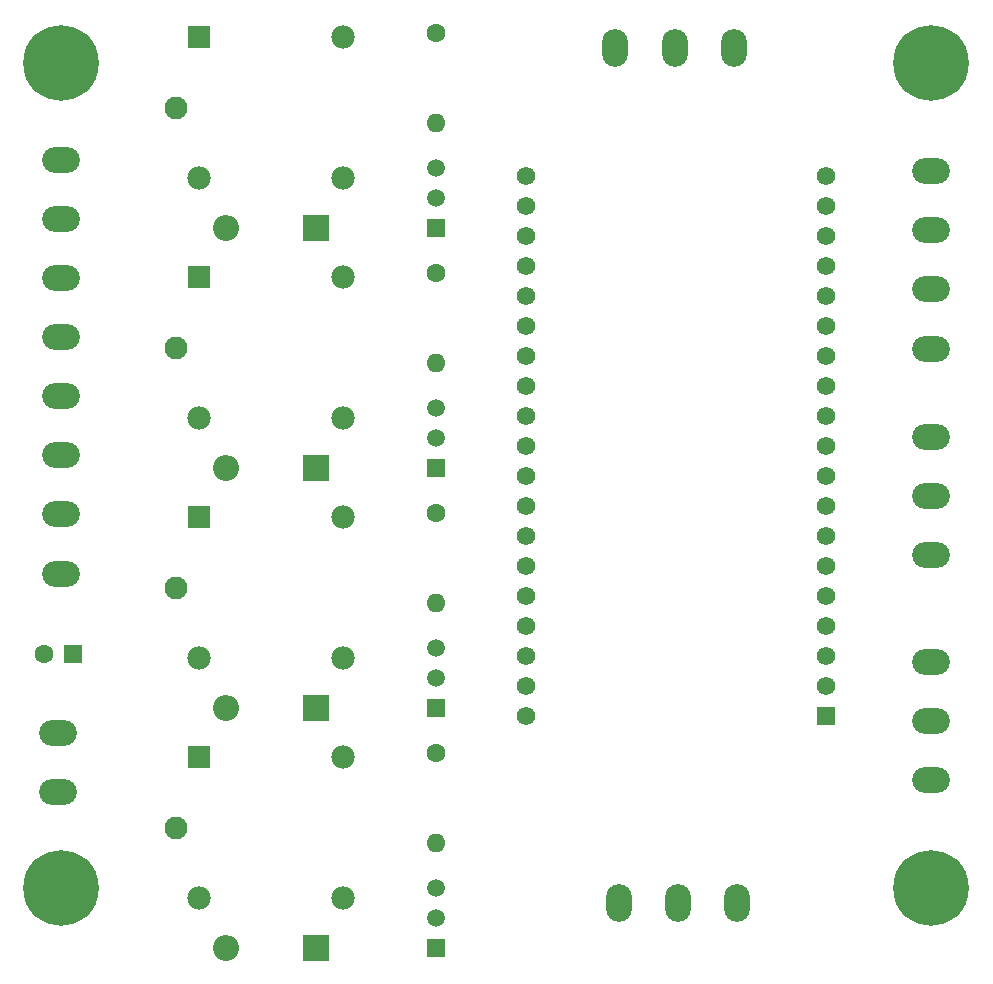
<source format=gbr>
%TF.GenerationSoftware,KiCad,Pcbnew,(5.1.7)-1*%
%TF.CreationDate,2021-01-27T22:35:06+01:00*%
%TF.ProjectId,plant-watering,706c616e-742d-4776-9174-6572696e672e,rev?*%
%TF.SameCoordinates,Original*%
%TF.FileFunction,Soldermask,Top*%
%TF.FilePolarity,Negative*%
%FSLAX46Y46*%
G04 Gerber Fmt 4.6, Leading zero omitted, Abs format (unit mm)*
G04 Created by KiCad (PCBNEW (5.1.7)-1) date 2021-01-27 22:35:06*
%MOMM*%
%LPD*%
G01*
G04 APERTURE LIST*
%ADD10O,2.200000X2.200000*%
%ADD11R,2.200000X2.200000*%
%ADD12R,1.600000X1.600000*%
%ADD13C,1.600000*%
%ADD14C,0.800000*%
%ADD15C,6.400000*%
%ADD16O,3.200000X2.200000*%
%ADD17O,2.200000X3.200000*%
%ADD18O,1.600000X1.600000*%
%ADD19R,1.500000X1.500000*%
%ADD20C,1.500000*%
%ADD21C,1.560000*%
%ADD22R,1.560000X1.560000*%
%ADD23R,1.980000X1.980000*%
%ADD24C,1.935000*%
%ADD25C,1.980000*%
G04 APERTURE END LIST*
D10*
%TO.C,D4*%
X105410000Y-45720000D03*
D11*
X113030000Y-45720000D03*
%TD*%
D12*
%TO.C,C1*%
X92456000Y-81788000D03*
D13*
X89956000Y-81788000D03*
%TD*%
D14*
%TO.C,REF\u002A\u002A*%
X93137056Y-99902944D03*
X91440000Y-99200000D03*
X89742944Y-99902944D03*
X89040000Y-101600000D03*
X89742944Y-103297056D03*
X91440000Y-104000000D03*
X93137056Y-103297056D03*
X93840000Y-101600000D03*
D15*
X91440000Y-101600000D03*
%TD*%
%TO.C,REF\u002A\u002A*%
X165100000Y-101600000D03*
D14*
X167500000Y-101600000D03*
X166797056Y-103297056D03*
X165100000Y-104000000D03*
X163402944Y-103297056D03*
X162700000Y-101600000D03*
X163402944Y-99902944D03*
X165100000Y-99200000D03*
X166797056Y-99902944D03*
%TD*%
D15*
%TO.C,REF\u002A\u002A*%
X91440000Y-31750000D03*
D14*
X93840000Y-31750000D03*
X93137056Y-33447056D03*
X91440000Y-34150000D03*
X89742944Y-33447056D03*
X89040000Y-31750000D03*
X89742944Y-30052944D03*
X91440000Y-29350000D03*
X93137056Y-30052944D03*
%TD*%
D15*
%TO.C,REF\u002A\u002A*%
X165100000Y-31750000D03*
D14*
X167500000Y-31750000D03*
X166797056Y-33447056D03*
X165100000Y-34150000D03*
X163402944Y-33447056D03*
X162700000Y-31750000D03*
X163402944Y-30052944D03*
X165100000Y-29350000D03*
X166797056Y-30052944D03*
%TD*%
D16*
%TO.C,J14*%
X165100000Y-40960000D03*
X165100000Y-45960000D03*
X165100000Y-50960000D03*
X165100000Y-55960000D03*
%TD*%
%TO.C,J4*%
X91186000Y-93472000D03*
X91186000Y-88472000D03*
%TD*%
D17*
%TO.C,J2*%
X148350000Y-30480000D03*
X143350000Y-30480000D03*
X138350000Y-30480000D03*
%TD*%
%TO.C,J1*%
X138670000Y-102870000D03*
X143670000Y-102870000D03*
X148670000Y-102870000D03*
%TD*%
D16*
%TO.C,J8*%
X165100000Y-73420000D03*
X165100000Y-68420000D03*
X165100000Y-63420000D03*
%TD*%
D13*
%TO.C,R1*%
X123190000Y-90170000D03*
D18*
X123190000Y-97790000D03*
%TD*%
D16*
%TO.C,J3*%
X165100000Y-92470000D03*
X165100000Y-87470000D03*
X165100000Y-82470000D03*
%TD*%
D18*
%TO.C,R4*%
X123190000Y-36830000D03*
D13*
X123190000Y-29210000D03*
%TD*%
D18*
%TO.C,R2*%
X123190000Y-77470000D03*
D13*
X123190000Y-69850000D03*
%TD*%
D18*
%TO.C,R3*%
X123190000Y-57150000D03*
D13*
X123190000Y-49530000D03*
%TD*%
D19*
%TO.C,Q4*%
X123190000Y-45720000D03*
D20*
X123190000Y-40640000D03*
X123190000Y-43180000D03*
%TD*%
D19*
%TO.C,Q3*%
X123190000Y-66040000D03*
D20*
X123190000Y-60960000D03*
X123190000Y-63500000D03*
%TD*%
D19*
%TO.C,Q2*%
X123190000Y-86360000D03*
D20*
X123190000Y-81280000D03*
X123190000Y-83820000D03*
%TD*%
D19*
%TO.C,Q1*%
X123190000Y-106680000D03*
D20*
X123190000Y-101600000D03*
X123190000Y-104140000D03*
%TD*%
D16*
%TO.C,J5*%
X91440000Y-40010000D03*
X91440000Y-45010000D03*
X91440000Y-50010000D03*
X91440000Y-55010000D03*
X91440000Y-60010000D03*
X91440000Y-65010000D03*
X91440000Y-70010000D03*
X91440000Y-75010000D03*
%TD*%
D21*
%TO.C,U1*%
X130810000Y-41350000D03*
X130810000Y-43890000D03*
X130810000Y-46430000D03*
X130810000Y-48970000D03*
X130810000Y-51510000D03*
X130810000Y-54050000D03*
X130810000Y-56590000D03*
X130810000Y-59130000D03*
X130810000Y-61670000D03*
X130810000Y-64210000D03*
X130810000Y-66750000D03*
X130810000Y-69290000D03*
X130810000Y-71830000D03*
X130810000Y-74370000D03*
X130810000Y-76910000D03*
X130810000Y-79450000D03*
X130810000Y-81990000D03*
X130810000Y-84530000D03*
X130810000Y-87070000D03*
X156210000Y-43890000D03*
X156210000Y-46430000D03*
X156210000Y-48970000D03*
X156210000Y-51510000D03*
X156210000Y-54050000D03*
X156210000Y-56590000D03*
X156210000Y-59130000D03*
X156210000Y-61670000D03*
X156210000Y-64210000D03*
X156210000Y-66750000D03*
X156210000Y-69290000D03*
X156210000Y-71830000D03*
X156210000Y-74370000D03*
X156210000Y-76910000D03*
X156210000Y-79450000D03*
X156210000Y-81990000D03*
X156210000Y-41350000D03*
X156210000Y-84530000D03*
D22*
X156210000Y-87070000D03*
%TD*%
D23*
%TO.C,K4*%
X103120000Y-29560000D03*
D24*
X101120000Y-35560000D03*
D25*
X103120000Y-41560000D03*
X115320000Y-41560000D03*
X115320000Y-29560000D03*
%TD*%
%TO.C,K3*%
X115320000Y-49880000D03*
X115320000Y-61880000D03*
X103120000Y-61880000D03*
D24*
X101120000Y-55880000D03*
D23*
X103120000Y-49880000D03*
%TD*%
D25*
%TO.C,K2*%
X115320000Y-70200000D03*
X115320000Y-82200000D03*
X103120000Y-82200000D03*
D24*
X101120000Y-76200000D03*
D23*
X103120000Y-70200000D03*
%TD*%
D25*
%TO.C,K1*%
X115320000Y-90520000D03*
X115320000Y-102520000D03*
X103120000Y-102520000D03*
D24*
X101120000Y-96520000D03*
D23*
X103120000Y-90520000D03*
%TD*%
D10*
%TO.C,D3*%
X105410000Y-66040000D03*
D11*
X113030000Y-66040000D03*
%TD*%
D10*
%TO.C,D2*%
X105410000Y-86360000D03*
D11*
X113030000Y-86360000D03*
%TD*%
D10*
%TO.C,D1*%
X105410000Y-106680000D03*
D11*
X113030000Y-106680000D03*
%TD*%
M02*

</source>
